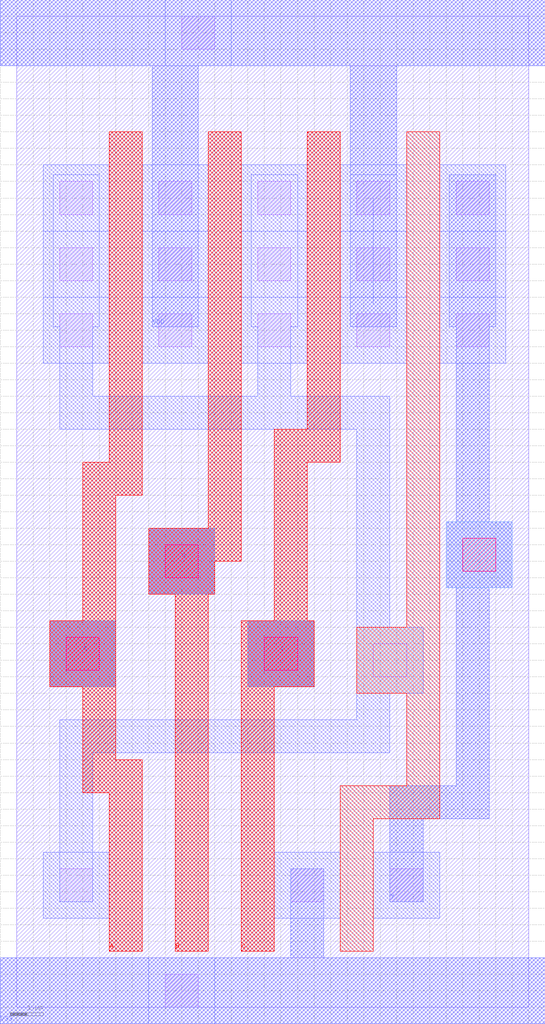
<source format=lef>
VERSION 5.3 ;

NAMESCASESENSITIVE ON ;

UNITS
  DATABASE MICRONS 1000 ;
END UNITS











MACRO an31LEF
  CLASS BLOCK ;
  PIN A
    DIRECTION INPUT ;
    PORT
      LAYER POL ;
        POLYGON 1.000 11.700  1.000 9.700  2.000 9.700  2.000 6.500  2.800 
        6.500  2.800 1.700  3.800 1.700  3.800 7.500  3.000 7.500  3.000 
        15.500  3.800 15.500  3.800 26.500  2.800 26.500  2.800 16.500  2.000 
        16.500  2.000 11.700  1.000 11.700  ;
    END
    PORT
      LAYER ML1 ;
        POLYGON 1.000 9.700  1.000 11.700  3.000 11.700  3.000 9.700  1.000 
        9.700  ;
    END
  END A
  PIN B
    DIRECTION INPUT ;
    PORT
      LAYER POL ;
        POLYGON 4.000 14.500  4.000 12.500  4.800 12.500  4.800 1.700  5.800 
        1.700  5.800 12.500  6.000 12.500  6.000 13.500  6.800 13.500  6.800 
        26.500  5.800 26.500  5.800 14.500  4.000 14.500  ;
    END
    PORT
      LAYER ML1 ;
        POLYGON 4.000 12.500  4.000 14.500  6.000 14.500  6.000 12.500  4.000 
        12.500  ;
    END
  END B
  PIN C
    DIRECTION INPUT ;
    PORT
      LAYER POL ;
        POLYGON 6.800 11.700  6.800 1.700  7.800 1.700  7.800 9.700  9.000 
        9.700  9.000 11.700  8.800 11.700  8.800 16.500  9.800 16.500  9.800 
        26.500  8.800 26.500  8.800 17.500  7.800 17.500  7.800 11.700  6.800 
        11.700  ;
    END
    PORT
      LAYER ML1 ;
        POLYGON 7.000 9.700  7.000 11.700  9.000 11.700  9.000 9.700  7.000 
        9.700  ;
    END
  END C
  PIN VDD
    DIRECTION INOUT ;
    PORT
      LAYER ML1 ;
        POLYGON -0.500 30.500  -0.500 28.500  4.100 28.500  4.100 20.600  
        5.500 20.600  5.500 28.500  10.100 28.500  10.100 20.600  11.500 
        20.600  11.500 28.500  16.000 28.500  16.000 30.500  -0.500 30.500  ;
    END
  END VDD
  PIN VSS
    DIRECTION INOUT ;
    PORT
      LAYER ML1 ;
        POLYGON -0.500 1.500  -0.500 -0.500  16.000 -0.500  16.000 1.500  
        9.300 1.500  9.300 4.200  8.300 4.200  8.300 1.500  -0.500 1.500  ;
    END
  END VSS
  PIN Y
    DIRECTION OUTPUT ;
    PORT
      LAYER ML1 ;
        POLYGON 11.300 6.700  11.300 3.200  12.300 3.200  12.300 5.700  14.300 
        5.700  14.300 12.700  15.000 12.700  15.000 14.700  14.300 14.700  
        14.300 20.600  14.500 20.600  14.500 25.200  13.100 25.200  13.100 
        20.600  13.300 20.600  13.300 14.700  13.000 14.700  13.000 12.700  
        13.300 12.700  13.300 6.700  11.300 6.700  ;
    END
  END Y
  OBS
    LAYER CNT ;
      POLYGON 10.300 20.000  10.300 21.000  11.300 21.000  11.300 20.000  
      10.300 20.000  ;
      POLYGON 11.300 3.200  11.300 4.200  12.300 4.200  12.300 3.200  11.300 
      3.200  ;
      POLYGON 13.300 20.000  13.300 21.000  14.300 21.000  14.300 20.000  
      13.300 20.000  ;
      POLYGON 13.300 22.000  13.300 23.000  14.300 23.000  14.300 22.000  
      13.300 22.000  ;
      POLYGON 13.300 24.000  13.300 25.000  14.300 25.000  14.300 24.000  
      13.300 24.000  ;
      POLYGON 5.000 29.000  5.000 30.000  6.000 30.000  6.000 29.000  5.000 
      29.000  ;
      POLYGON 7.500 10.200  7.500 11.200  8.500 11.200  8.500 10.200  7.500 
      10.200  ;
      POLYGON 10.800 10.000  10.800 11.000  11.800 11.000  11.800 10.000  
      10.800 10.000  ;
      POLYGON 1.500 10.200  1.500 11.200  2.500 11.200  2.500 10.200  1.500 
      10.200  ;
      POLYGON 4.500 0.000  4.500 1.000  5.500 1.000  5.500 0.000  4.500 0.000  ;
      
      POLYGON 10.300 22.000  10.300 23.000  11.300 23.000  11.300 22.000  
      10.300 22.000  ;
      POLYGON 10.300 24.000  10.300 25.000  11.300 25.000  11.300 24.000  
      10.300 24.000  ;
      POLYGON 8.300 3.200  8.300 4.200  9.300 4.200  9.300 3.200  8.300 3.200  ;
      
      POLYGON 7.300 20.000  7.300 21.000  8.300 21.000  8.300 20.000  7.300 
      20.000  ;
      POLYGON 7.300 22.000  7.300 23.000  8.300 23.000  8.300 22.000  7.300 
      22.000  ;
      POLYGON 7.300 24.000  7.300 25.000  8.300 25.000  8.300 24.000  7.300 
      24.000  ;
      POLYGON 4.300 24.000  4.300 25.000  5.300 25.000  5.300 24.000  4.300 
      24.000  ;
      POLYGON 4.300 20.000  4.300 21.000  5.300 21.000  5.300 20.000  4.300 
      20.000  ;
      POLYGON 4.300 22.000  4.300 23.000  5.300 23.000  5.300 22.000  4.300 
      22.000  ;
      POLYGON 1.300 24.000  1.300 25.000  2.300 25.000  2.300 24.000  1.300 
      24.000  ;
      POLYGON 1.300 3.200  1.300 4.200  2.300 4.200  2.300 3.200  1.300 3.200  ;
      
      POLYGON 1.300 20.000  1.300 21.000  2.300 21.000  2.300 20.000  1.300 
      20.000  ;
      POLYGON 1.300 22.000  1.300 23.000  2.300 23.000  2.300 22.000  1.300 
      22.000  ;
      POLYGON 4.500 14.000  4.500 13.000  5.500 13.000  5.500 14.000  4.500 
      14.000  ;
    LAYER FRAME ;
      POLYGON 0.000 0.000  15.500 0.000  15.500 30.000  0.000 30.000  0.000 
      0.000  ;
      RECT -0.500 -0.500  16.000 1.500  ;
      RECT -0.500 28.500  16.000 30.500  ;
    LAYER ML1 ;
      RECT 0.800 23.500  2.800 25.500  ;
      RECT 0.800 2.700  2.800 4.700  ;
      RECT 0.800 19.500  2.800 21.500  ;
      RECT 0.800 21.500  2.800 23.500  ;
      POLYGON 1.000 9.700  1.000 11.700  3.000 11.700  3.000 9.700  1.000 
      9.700  ;
      RECT 1.000 9.700  3.000 11.700  ;
      RECT 3.800 23.500  5.800 25.500  ;
      RECT 3.800 19.500  5.800 21.500  ;
      RECT 3.800 21.500  5.800 23.500  ;
      RECT 4.000 -0.500  6.000 1.500  ;
      POLYGON 4.000 12.500  4.000 14.500  6.000 14.500  6.000 12.500  4.000 
      12.500  ;
      RECT 4.000 12.500  6.000 14.500  ;
      RECT 4.500 28.500  6.500 30.500  ;
      POLYGON 1.300 8.700  1.300 3.200  2.300 3.200  2.300 7.700  11.300 7.700 
       11.300 9.500  12.300 9.500  12.300 11.500  11.300 11.500  11.300 18.500 
       8.300 18.500  8.300 20.600  8.500 20.600  8.500 25.200  7.100 25.200  
      7.100 20.600  7.300 20.600  7.300 18.500  2.300 18.500  2.300 20.600  
      2.500 20.600  2.500 25.200  1.100 25.200  1.100 20.600  1.300 20.600  
      1.300 17.500  10.300 17.500  10.300 8.700  1.300 8.700  ;
      POLYGON -0.500 30.500  -0.500 28.500  4.100 28.500  4.100 20.600  5.500 
      20.600  5.500 28.500  10.100 28.500  10.100 20.600  11.500 20.600  
      11.500 28.500  16.000 28.500  16.000 30.500  -0.500 30.500  ;
      POLYGON -0.500 1.500  -0.500 -0.500  16.000 -0.500  16.000 1.500  9.300 
      1.500  9.300 4.200  8.300 4.200  8.300 1.500  -0.500 1.500  ;
      RECT 6.800 19.500  8.800 21.500  ;
      RECT 6.800 21.500  8.800 23.500  ;
      RECT 6.800 23.500  8.800 25.500  ;
      POLYGON 7.000 9.700  7.000 11.700  9.000 11.700  9.000 9.700  7.000 
      9.700  ;
      RECT 7.000 9.700  9.000 11.700  ;
      RECT 7.800 2.700  9.800 4.700  ;
      WIDTH 1.400  ;
      PATH 10.800 21.300 10.800 24.500  ;
      RECT 9.800 19.500  11.800 21.500  ;
      RECT 9.800 21.500  11.800 23.500  ;
      RECT 9.800 23.500  11.800 25.500  ;
      RECT 10.800 2.700  12.800 4.700  ;
      POLYGON 11.300 6.700  11.300 3.200  12.300 3.200  12.300 5.700  14.300 
      5.700  14.300 12.700  15.000 12.700  15.000 14.700  14.300 14.700  
      14.300 20.600  14.500 20.600  14.500 25.200  13.100 25.200  13.100 
      20.600  13.300 20.600  13.300 14.700  13.000 14.700  13.000 12.700  
      13.300 12.700  13.300 6.700  11.300 6.700  ;
      RECT 12.800 23.500  14.800 25.500  ;
      RECT 12.800 21.500  14.800 23.500  ;
      RECT 12.800 19.500  14.800 21.500  ;
    LAYER ML2 ;
      POLYGON 4.000 12.500  4.000 14.500  6.000 14.500  6.000 12.500  4.000 
      12.500  ;
      POLYGON 7.000 9.700  7.000 11.700  9.000 11.700  9.000 9.700  7.000 
      9.700  ;
      POLYGON 13.000 12.700  13.000 14.700  15.000 14.700  15.000 12.700  
      13.000 12.700  ;
      POLYGON 1.000 9.700  1.000 11.700  3.000 11.700  3.000 9.700  1.000 
      9.700  ;
    LAYER POL ;
      POLYGON 6.800 11.700  6.800 1.700  7.800 1.700  7.800 9.700  9.000 9.700 
       9.000 11.700  8.800 11.700  8.800 16.500  9.800 16.500  9.800 26.500  
      8.800 26.500  8.800 17.500  7.800 17.500  7.800 11.700  6.800 11.700  ;
      POLYGON 4.000 14.500  4.000 12.500  4.800 12.500  4.800 1.700  5.800 
      1.700  5.800 12.500  6.000 12.500  6.000 13.500  6.800 13.500  6.800 
      26.500  5.800 26.500  5.800 14.500  4.000 14.500  ;
      POLYGON 1.000 11.700  1.000 9.700  2.000 9.700  2.000 6.500  2.800 6.500 
       2.800 1.700  3.800 1.700  3.800 7.500  3.000 7.500  3.000 15.500  3.800 
      15.500  3.800 26.500  2.800 26.500  2.800 16.500  2.000 16.500  2.000 
      11.700  1.000 11.700  ;
      POLYGON 9.800 6.700  9.800 1.700  10.800 1.700  10.800 5.700  12.800 
      5.700  12.800 26.500  11.800 26.500  11.800 11.500  10.300 11.500  
      10.300 9.500  11.800 9.500  11.800 6.700  9.800 6.700  ;
    LAYER VIA1 ;
      POLYGON 4.500 13.000  4.500 14.000  5.500 14.000  5.500 13.000  4.500 
      13.000  ;
      POLYGON 7.500 10.200  7.500 11.200  8.500 11.200  8.500 10.200  7.500 
      10.200  ;
      POLYGON 13.500 13.200  13.500 14.200  14.500 14.200  14.500 13.200  
      13.500 13.200  ;
      POLYGON 1.500 10.200  1.500 11.200  2.500 11.200  2.500 10.200  1.500 
      10.200  ;
  END
END an31LEF


END LIBRARY

</source>
